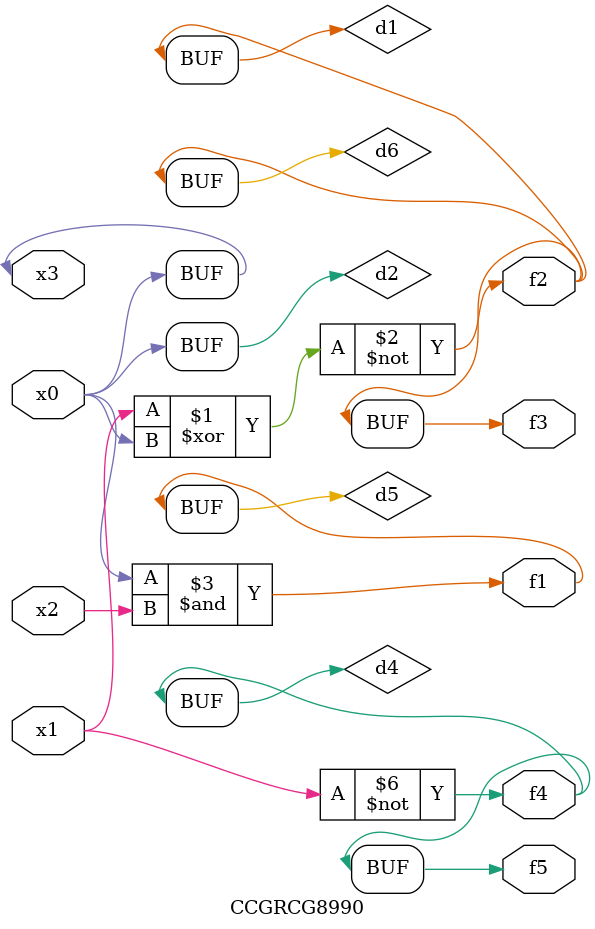
<source format=v>
module CCGRCG8990(
	input x0, x1, x2, x3,
	output f1, f2, f3, f4, f5
);

	wire d1, d2, d3, d4, d5, d6;

	xnor (d1, x1, x3);
	buf (d2, x0, x3);
	nand (d3, x0, x2);
	not (d4, x1);
	nand (d5, d3);
	or (d6, d1);
	assign f1 = d5;
	assign f2 = d6;
	assign f3 = d6;
	assign f4 = d4;
	assign f5 = d4;
endmodule

</source>
